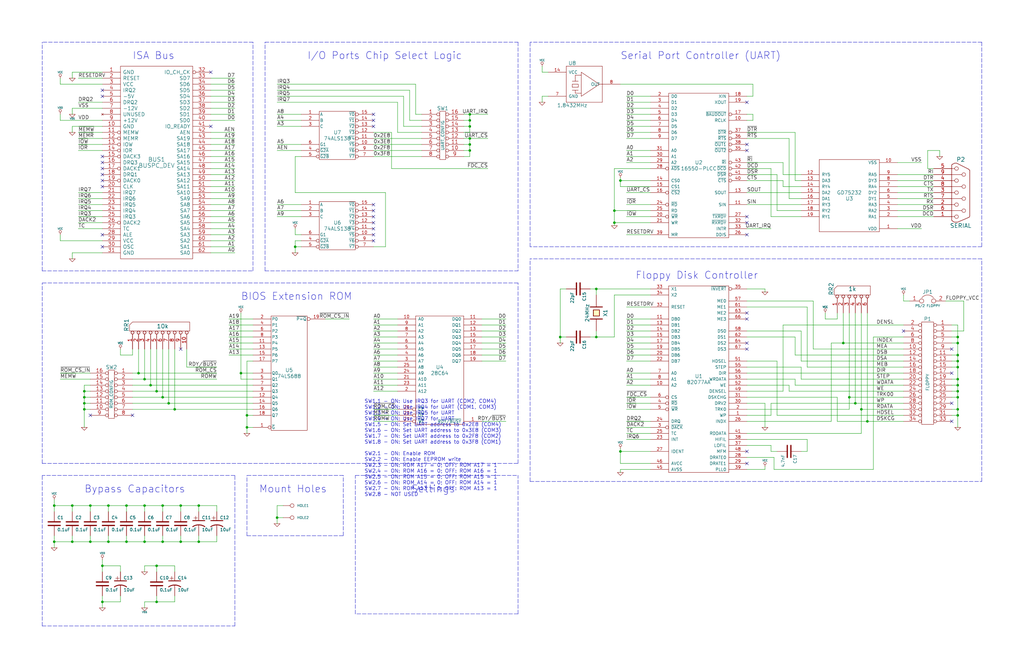
<source format=kicad_sch>
(kicad_sch (version 20211123) (generator eeschema)
  (paper "User" 431.8 279.4)
  (title_block (title "Sergey's XT (C) 2010 Sergey Kiselev, GNU Free Documentation License (GFDL)") (date "19 dec 2012"))
  (junction (at 35.56 165.1))
  (junction (at 403.86 142.24))
  (junction (at 76.2 213.36))
  (junction (at 73.66 172.72))
  (junction (at 198.12 60.96))
  (junction (at 83.82 228.6))
  (junction (at 58.42 157.48))
  (junction (at 35.56 172.72))
  (junction (at 198.12 63.5))
  (junction (at 53.34 213.36))
  (junction (at 104.14 175.26))
  (junction (at 66.04 254))
  (junction (at 363.22 172.72))
  (junction (at 38.1 213.36))
  (junction (at 251.46 121.92))
  (junction (at 198.12 53.34))
  (junction (at 360.68 170.18))
  (junction (at 403.86 144.78))
  (junction (at 35.56 167.64))
  (junction (at 403.86 152.4))
  (junction (at 53.34 228.6))
  (junction (at 403.86 154.94))
  (junction (at 76.2 228.6))
  (junction (at 45.72 228.6))
  (junction (at 38.1 228.6))
  (junction (at 116.84 218.44))
  (junction (at 68.58 228.6))
  (junction (at 355.6 144.78))
  (junction (at 236.22 142.24))
  (junction (at 68.58 213.36))
  (junction (at 60.96 160.02))
  (junction (at 43.18 254))
  (junction (at 45.72 213.36))
  (junction (at 66.04 165.1))
  (junction (at 60.96 213.36))
  (junction (at 63.5 162.56))
  (junction (at 259.08 88.9))
  (junction (at 198.12 48.26))
  (junction (at 403.86 162.56))
  (junction (at 251.46 142.24))
  (junction (at 71.12 170.18))
  (junction (at 68.58 167.64))
  (junction (at 365.76 177.8))
  (junction (at 30.48 228.6))
  (junction (at 403.86 175.26))
  (junction (at 358.14 167.64))
  (junction (at 104.14 180.34))
  (junction (at 30.48 213.36))
  (junction (at 261.62 76.2))
  (junction (at 403.86 165.1))
  (junction (at 83.82 213.36))
  (junction (at 43.18 238.76))
  (junction (at 35.56 170.18))
  (junction (at 261.62 190.5))
  (junction (at 22.86 228.6))
  (junction (at 403.86 149.86))
  (junction (at 403.86 160.02))
  (junction (at 66.04 238.76))
  (junction (at 198.12 58.42))
  (junction (at 403.86 172.72))
  (junction (at 101.6 157.48))
  (junction (at 259.08 93.98))
  (junction (at 198.12 50.8))
  (junction (at 60.96 228.6))
  (junction (at 403.86 167.64))
  (junction (at 124.46 104.14))
  (junction (at 22.86 213.36))
  (no_connect (at 314.96 91.44))
  (no_connect (at 401.32 177.8))
  (no_connect (at 381 139.7))
  (no_connect (at 157.48 53.34))
  (no_connect (at 157.48 101.6))
  (no_connect (at 157.48 50.8))
  (no_connect (at 314.96 63.5))
  (no_connect (at 43.18 71.12))
  (no_connect (at 43.18 104.14))
  (no_connect (at 314.96 195.58))
  (no_connect (at 43.18 73.66))
  (no_connect (at 314.96 132.08))
  (no_connect (at 401.32 157.48))
  (no_connect (at 157.48 96.52))
  (no_connect (at 157.48 99.06))
  (no_connect (at 157.48 91.44))
  (no_connect (at 55.88 175.26))
  (no_connect (at 401.32 170.18))
  (no_connect (at 314.96 144.78))
  (no_connect (at 314.96 99.06))
  (no_connect (at 401.32 147.32))
  (no_connect (at 314.96 190.5))
  (no_connect (at 38.1 175.26))
  (no_connect (at 43.18 78.74))
  (no_connect (at 157.48 48.26))
  (no_connect (at 314.96 134.62))
  (no_connect (at 88.9 53.34))
  (no_connect (at 43.18 40.64))
  (no_connect (at 43.18 76.2))
  (no_connect (at 314.96 93.98))
  (no_connect (at 43.18 38.1))
  (no_connect (at 314.96 147.32))
  (no_connect (at 76.2 147.32))
  (no_connect (at 314.96 43.18))
  (no_connect (at 314.96 60.96))
  (no_connect (at 43.18 68.58))
  (no_connect (at 43.18 99.06))
  (no_connect (at 88.9 30.48))
  (no_connect (at 157.48 88.9))
  (no_connect (at 157.48 86.36))
  (no_connect (at 157.48 93.98))
  (no_connect (at 43.18 66.04))
  (wire (pts (xy 116.84 63.5) (xy 127 63.5)))
  (wire (pts (xy 88.9 38.1) (xy 99.06 38.1)))
  (wire (pts (xy 403.86 162.56) (xy 401.32 162.56)))
  (wire (pts (xy 317.5 40.64) (xy 314.96 40.64)))
  (wire (pts (xy 314.96 142.24) (xy 335.28 142.24)))
  (wire (pts (xy 378.46 91.44) (xy 393.7 91.44)))
  (wire (pts (xy 119.38 213.36) (xy 116.84 213.36)))
  (wire (pts (xy 236.22 121.92) (xy 236.22 142.24)))
  (wire (pts (xy 88.9 88.9) (xy 99.06 88.9)))
  (wire (pts (xy 203.2 144.78) (xy 213.36 144.78)))
  (wire (pts (xy 88.9 104.14) (xy 99.06 104.14)))
  (wire (pts (xy 55.88 160.02) (xy 60.96 160.02)))
  (wire (pts (xy 137.16 134.62) (xy 147.32 134.62)))
  (wire (pts (xy 228.6 40.64) (xy 231.14 40.64)))
  (polyline (pts (xy 111.76 114.3) (xy 111.76 17.78)))
  (wire (pts (xy 325.12 175.26) (xy 314.96 175.26)))
  (wire (pts (xy 88.9 99.06) (xy 99.06 99.06)))
  (wire (pts (xy 335.28 160.02) (xy 314.96 160.02)))
  (wire (pts (xy 88.9 66.04) (xy 99.06 66.04)))
  (wire (pts (xy 314.96 50.8) (xy 317.5 50.8)))
  (wire (pts (xy 162.56 104.14) (xy 162.56 81.28)))
  (wire (pts (xy 342.9 147.32) (xy 342.9 127)))
  (wire (pts (xy 124.46 101.6) (xy 127 101.6)))
  (wire (pts (xy 228.6 43.18) (xy 228.6 40.64)))
  (wire (pts (xy 198.12 50.8) (xy 198.12 53.34)))
  (wire (pts (xy 355.6 132.08) (xy 355.6 144.78)))
  (polyline (pts (xy 111.76 114.3) (xy 218.44 114.3)))
  (wire (pts (xy 60.96 228.6) (xy 53.34 228.6)))
  (wire (pts (xy 91.44 228.6) (xy 83.82 228.6)))
  (wire (pts (xy 35.56 170.18) (xy 35.56 172.72)))
  (wire (pts (xy 195.58 48.26) (xy 198.12 48.26)))
  (wire (pts (xy 68.58 213.36) (xy 76.2 213.36)))
  (wire (pts (xy 106.68 172.72) (xy 73.66 172.72)))
  (wire (pts (xy 391.16 71.12) (xy 393.7 71.12)))
  (wire (pts (xy 116.84 38.1) (xy 172.72 38.1)))
  (wire (pts (xy 38.1 228.6) (xy 30.48 228.6)))
  (wire (pts (xy 337.82 78.74) (xy 330.2 78.74)))
  (wire (pts (xy 106.68 139.7) (xy 96.52 139.7)))
  (wire (pts (xy 172.72 50.8) (xy 177.8 50.8)))
  (wire (pts (xy 314.96 68.58) (xy 330.2 68.58)))
  (wire (pts (xy 167.64 172.72) (xy 157.48 172.72)))
  (wire (pts (xy 106.68 175.26) (xy 104.14 175.26)))
  (wire (pts (xy 71.12 147.32) (xy 71.12 170.18)))
  (wire (pts (xy 35.56 165.1) (xy 35.56 167.64)))
  (wire (pts (xy 259.08 124.46) (xy 274.32 124.46)))
  (wire (pts (xy 167.64 142.24) (xy 157.48 142.24)))
  (wire (pts (xy 403.86 144.78) (xy 401.32 144.78)))
  (wire (pts (xy 43.18 55.88) (xy 33.02 55.88)))
  (wire (pts (xy 198.12 50.8) (xy 195.58 50.8)))
  (wire (pts (xy 195.58 53.34) (xy 198.12 53.34)))
  (wire (pts (xy 88.9 35.56) (xy 99.06 35.56)))
  (wire (pts (xy 116.84 213.36) (xy 116.84 218.44)))
  (wire (pts (xy 401.32 139.7) (xy 406.4 139.7)))
  (wire (pts (xy 363.22 132.08) (xy 363.22 172.72)))
  (wire (pts (xy 43.18 63.5) (xy 33.02 63.5)))
  (wire (pts (xy 177.8 58.42) (xy 157.48 58.42)))
  (wire (pts (xy 38.1 213.36) (xy 45.72 213.36)))
  (wire (pts (xy 106.68 157.48) (xy 101.6 157.48)))
  (wire (pts (xy 45.72 228.6) (xy 38.1 228.6)))
  (wire (pts (xy 274.32 177.8) (xy 264.16 177.8)))
  (wire (pts (xy 347.98 134.62) (xy 347.98 132.08)))
  (wire (pts (xy 403.86 160.02) (xy 401.32 160.02)))
  (wire (pts (xy 91.44 226.06) (xy 91.44 228.6)))
  (wire (pts (xy 403.86 137.16) (xy 401.32 137.16)))
  (wire (pts (xy 251.46 124.46) (xy 251.46 121.92)))
  (wire (pts (xy 88.9 45.72) (xy 99.06 45.72)))
  (wire (pts (xy 337.82 160.02) (xy 381 160.02)))
  (wire (pts (xy 314.96 167.64) (xy 353.06 167.64)))
  (wire (pts (xy 119.38 218.44) (xy 116.84 218.44)))
  (wire (pts (xy 116.84 218.44) (xy 116.84 220.98)))
  (wire (pts (xy 264.16 144.78) (xy 274.32 144.78)))
  (wire (pts (xy 45.72 228.6) (xy 45.72 226.06)))
  (wire (pts (xy 274.32 157.48) (xy 264.16 157.48)))
  (wire (pts (xy 264.16 182.88) (xy 274.32 182.88)))
  (wire (pts (xy 264.16 149.86) (xy 274.32 149.86)))
  (wire (pts (xy 35.56 167.64) (xy 38.1 167.64)))
  (wire (pts (xy 274.32 167.64) (xy 264.16 167.64)))
  (wire (pts (xy 172.72 38.1) (xy 172.72 50.8)))
  (wire (pts (xy 198.12 60.96) (xy 198.12 58.42)))
  (polyline (pts (xy 106.68 114.3) (xy 106.68 17.78)))
  (wire (pts (xy 73.66 147.32) (xy 73.66 172.72)))
  (wire (pts (xy 25.4 33.02) (xy 25.4 35.56)))
  (wire (pts (xy 322.58 170.18) (xy 322.58 180.34)))
  (polyline (pts (xy 223.52 203.2) (xy 223.52 109.22)))
  (wire (pts (xy 104.14 175.26) (xy 104.14 180.34)))
  (wire (pts (xy 264.16 142.24) (xy 274.32 142.24)))
  (wire (pts (xy 177.8 66.04) (xy 157.48 66.04)))
  (wire (pts (xy 274.32 121.92) (xy 251.46 121.92)))
  (wire (pts (xy 88.9 63.5) (xy 99.06 63.5)))
  (wire (pts (xy 22.86 215.9) (xy 22.86 213.36)))
  (wire (pts (xy 35.56 162.56) (xy 35.56 165.1)))
  (wire (pts (xy 106.68 149.86) (xy 96.52 149.86)))
  (polyline (pts (xy 218.44 259.08) (xy 149.86 259.08)))
  (polyline (pts (xy 414.02 17.78) (xy 223.52 17.78)))
  (wire (pts (xy 30.48 213.36) (xy 38.1 213.36)))
  (wire (pts (xy 43.18 43.18) (xy 33.02 43.18)))
  (wire (pts (xy 403.86 152.4) (xy 403.86 149.86)))
  (wire (pts (xy 274.32 66.04) (xy 264.16 66.04)))
  (wire (pts (xy 157.48 55.88) (xy 165.1 55.88)))
  (wire (pts (xy 353.06 132.08) (xy 353.06 134.62)))
  (wire (pts (xy 58.42 147.32) (xy 58.42 157.48)))
  (wire (pts (xy 167.64 147.32) (xy 157.48 147.32)))
  (wire (pts (xy 203.2 142.24) (xy 213.36 142.24)))
  (wire (pts (xy 203.2 177.8) (xy 213.36 177.8)))
  (wire (pts (xy 388.62 96.52) (xy 378.46 96.52)))
  (wire (pts (xy 25.4 35.56) (xy 43.18 35.56)))
  (wire (pts (xy 274.32 160.02) (xy 264.16 160.02)))
  (wire (pts (xy 124.46 99.06) (xy 124.46 96.52)))
  (wire (pts (xy 314.96 73.66) (xy 327.66 73.66)))
  (wire (pts (xy 259.08 88.9) (xy 259.08 71.12)))
  (wire (pts (xy 314.96 55.88) (xy 335.28 55.88)))
  (wire (pts (xy 63.5 147.32) (xy 63.5 162.56)))
  (wire (pts (xy 330.2 78.74) (xy 330.2 76.2)))
  (wire (pts (xy 274.32 68.58) (xy 264.16 68.58)))
  (wire (pts (xy 124.46 81.28) (xy 124.46 66.04)))
  (wire (pts (xy 381 157.48) (xy 314.96 157.48)))
  (wire (pts (xy 365.76 177.8) (xy 381 177.8)))
  (wire (pts (xy 177.8 60.96) (xy 157.48 60.96)))
  (wire (pts (xy 381 172.72) (xy 363.22 172.72)))
  (wire (pts (xy 326.39 198.12) (xy 368.3 198.12)))
  (wire (pts (xy 261.62 199.39) (xy 261.62 198.12)))
  (wire (pts (xy 53.34 228.6) (xy 45.72 228.6)))
  (wire (pts (xy 106.68 170.18) (xy 71.12 170.18)))
  (wire (pts (xy 251.46 121.92) (xy 248.92 121.92)))
  (wire (pts (xy 38.1 157.48) (xy 25.4 157.48)))
  (wire (pts (xy 66.04 251.46) (xy 66.04 254)))
  (wire (pts (xy 337.82 86.36) (xy 314.96 86.36)))
  (wire (pts (xy 167.64 139.7) (xy 157.48 139.7)))
  (wire (pts (xy 43.18 30.48) (xy 30.48 30.48)))
  (wire (pts (xy 43.18 60.96) (xy 33.02 60.96)))
  (wire (pts (xy 73.66 241.3) (xy 73.66 238.76)))
  (polyline (pts (xy 414.02 17.78) (xy 414.02 104.14)))
  (polyline (pts (xy 144.78 226.06) (xy 144.78 200.66)))
  (wire (pts (xy 378.46 76.2) (xy 393.7 76.2)))
  (wire (pts (xy 314.96 177.8) (xy 350.52 177.8)))
  (wire (pts (xy 251.46 142.24) (xy 259.08 142.24)))
  (wire (pts (xy 60.96 228.6) (xy 60.96 226.06)))
  (wire (pts (xy 88.9 68.58) (xy 99.06 68.58)))
  (polyline (pts (xy 218.44 119.38) (xy 17.78 119.38)))
  (wire (pts (xy 175.26 48.26) (xy 175.26 35.56)))
  (wire (pts (xy 325.12 190.5) (xy 325.12 187.96)))
  (wire (pts (xy 96.52 147.32) (xy 106.68 147.32)))
  (wire (pts (xy 198.12 48.26) (xy 205.74 48.26)))
  (wire (pts (xy 91.44 154.94) (xy 78.74 154.94)))
  (wire (pts (xy 127 99.06) (xy 124.46 99.06)))
  (wire (pts (xy 317.5 50.8) (xy 317.5 48.26)))
  (wire (pts (xy 38.1 160.02) (xy 25.4 160.02)))
  (wire (pts (xy 314.96 170.18) (xy 322.58 170.18)))
  (wire (pts (xy 314.96 193.04) (xy 326.39 193.04)))
  (wire (pts (xy 330.2 68.58) (xy 330.2 73.66)))
  (wire (pts (xy 66.04 165.1) (xy 106.68 165.1)))
  (wire (pts (xy 76.2 228.6) (xy 68.58 228.6)))
  (wire (pts (xy 25.4 48.26) (xy 25.4 50.8)))
  (wire (pts (xy 198.12 48.26) (xy 198.12 50.8)))
  (wire (pts (xy 167.64 162.56) (xy 157.48 162.56)))
  (wire (pts (xy 264.16 137.16) (xy 274.32 137.16)))
  (wire (pts (xy 43.18 241.3) (xy 43.18 238.76)))
  (wire (pts (xy 116.84 43.18) (xy 167.64 43.18)))
  (wire (pts (xy 264.16 139.7) (xy 274.32 139.7)))
  (wire (pts (xy 83.82 228.6) (xy 83.82 226.06)))
  (wire (pts (xy 127 60.96) (xy 116.84 60.96)))
  (wire (pts (xy 332.74 165.1) (xy 381 165.1)))
  (wire (pts (xy 66.04 238.76) (xy 73.66 238.76)))
  (wire (pts (xy 88.9 33.02) (xy 99.06 33.02)))
  (wire (pts (xy 274.32 76.2) (xy 261.62 76.2)))
  (wire (pts (xy 167.64 175.26) (xy 157.48 175.26)))
  (wire (pts (xy 60.96 241.3) (xy 60.96 238.76)))
  (wire (pts (xy 35.56 170.18) (xy 38.1 170.18)))
  (wire (pts (xy 330.2 165.1) (xy 314.96 165.1)))
  (wire (pts (xy 322.58 196.85) (xy 322.58 198.12)))
  (wire (pts (xy 30.48 45.72) (xy 30.48 48.26)))
  (wire (pts (xy 355.6 144.78) (xy 350.52 144.78)))
  (polyline (pts (xy 17.78 114.3) (xy 17.78 17.78)))
  (wire (pts (xy 203.2 134.62) (xy 213.36 134.62)))
  (polyline (pts (xy 223.52 104.14) (xy 223.52 17.78)))
  (wire (pts (xy 50.8 238.76) (xy 43.18 238.76)))
  (wire (pts (xy 43.18 33.02) (xy 33.02 33.02)))
  (wire (pts (xy 335.28 55.88) (xy 335.28 76.2)))
  (wire (pts (xy 106.68 152.4) (xy 104.14 152.4)))
  (wire (pts (xy 45.72 213.36) (xy 45.72 215.9)))
  (wire (pts (xy 406.4 139.7) (xy 406.4 127)))
  (wire (pts (xy 314.96 76.2) (xy 330.2 76.2)))
  (wire (pts (xy 259.08 93.98) (xy 259.08 88.9)))
  (wire (pts (xy 106.68 142.24) (xy 96.52 142.24)))
  (wire (pts (xy 340.36 129.54) (xy 340.36 154.94)))
  (wire (pts (xy 381 167.64) (xy 358.14 167.64)))
  (wire (pts (xy 167.64 55.88) (xy 177.8 55.88)))
  (wire (pts (xy 88.9 83.82) (xy 99.06 83.82)))
  (wire (pts (xy 35.56 172.72) (xy 35.56 180.34)))
  (wire (pts (xy 264.16 91.44) (xy 274.32 91.44)))
  (wire (pts (xy 261.62 198.12) (xy 274.32 198.12)))
  (wire (pts (xy 248.92 142.24) (xy 251.46 142.24)))
  (wire (pts (xy 264.16 55.88) (xy 274.32 55.88)))
  (wire (pts (xy 68.58 213.36) (xy 68.58 215.9)))
  (wire (pts (xy 43.18 86.36) (xy 33.02 86.36)))
  (wire (pts (xy 58.42 157.48) (xy 91.44 157.48)))
  (wire (pts (xy 88.9 73.66) (xy 99.06 73.66)))
  (wire (pts (xy 60.96 213.36) (xy 60.96 215.9)))
  (wire (pts (xy 350.52 144.78) (xy 350.52 177.8)))
  (polyline (pts (xy 218.44 195.58) (xy 218.44 119.38)))
  (wire (pts (xy 165.1 55.88) (xy 165.1 71.12)))
  (wire (pts (xy 45.72 213.36) (xy 53.34 213.36)))
  (wire (pts (xy 55.88 149.86) (xy 50.8 149.86)))
  (wire (pts (xy 35.56 172.72) (xy 38.1 172.72)))
  (wire (pts (xy 88.9 43.18) (xy 99.06 43.18)))
  (wire (pts (xy 342.9 127) (xy 314.96 127)))
  (wire (pts (xy 403.86 165.1) (xy 401.32 165.1)))
  (wire (pts (xy 337.82 139.7) (xy 314.96 139.7)))
  (polyline (pts (xy 218.44 17.78) (xy 218.44 114.3)))
  (wire (pts (xy 322.58 198.12) (xy 314.96 198.12)))
  (wire (pts (xy 264.16 48.26) (xy 274.32 48.26)))
  (wire (pts (xy 66.04 147.32) (xy 66.04 165.1)))
  (polyline (pts (xy 106.68 17.78) (xy 17.78 17.78)))
  (wire (pts (xy 403.86 142.24) (xy 403.86 137.16)))
  (wire (pts (xy 88.9 91.44) (xy 99.06 91.44)))
  (wire (pts (xy 167.64 165.1) (xy 157.48 165.1)))
  (wire (pts (xy 264.16 134.62) (xy 274.32 134.62)))
  (polyline (pts (xy 149.86 200.66) (xy 218.44 200.66)))
  (wire (pts (xy 68.58 167.64) (xy 55.88 167.64)))
  (wire (pts (xy 327.66 152.4) (xy 314.96 152.4)))
  (wire (pts (xy 381 170.18) (xy 360.68 170.18)))
  (wire (pts (xy 238.76 142.24) (xy 236.22 142.24)))
  (polyline (pts (xy 17.78 195.58) (xy 17.78 119.38)))
  (wire (pts (xy 314.96 172.72) (xy 358.14 172.72)))
  (polyline (pts (xy 104.14 226.06) (xy 144.78 226.06)))
  (wire (pts (xy 88.9 60.96) (xy 99.06 60.96)))
  (wire (pts (xy 22.86 231.14) (xy 22.86 228.6)))
  (wire (pts (xy 170.18 40.64) (xy 116.84 40.64)))
  (wire (pts (xy 101.6 160.02) (xy 106.68 160.02)))
  (wire (pts (xy 22.86 213.36) (xy 30.48 213.36)))
  (wire (pts (xy 106.68 134.62) (xy 96.52 134.62)))
  (wire (pts (xy 43.18 58.42) (xy 33.02 58.42)))
  (polyline (pts (xy 149.86 259.08) (xy 149.86 200.66)))
  (wire (pts (xy 66.04 241.3) (xy 66.04 238.76)))
  (polyline (pts (xy 414.02 203.2) (xy 414.02 109.22)))
  (wire (pts (xy 88.9 58.42) (xy 99.06 58.42)))
  (wire (pts (xy 393.7 78.74) (xy 378.46 78.74)))
  (wire (pts (xy 378.46 88.9) (xy 393.7 88.9)))
  (wire (pts (xy 55.88 162.56) (xy 63.5 162.56)))
  (wire (pts (xy 264.16 86.36) (xy 274.32 86.36)))
  (polyline (pts (xy 144.78 200.66) (xy 104.14 200.66)))
  (wire (pts (xy 116.84 88.9) (xy 127 88.9)))
  (wire (pts (xy 88.9 50.8) (xy 99.06 50.8)))
  (wire (pts (xy 198.12 55.88) (xy 195.58 55.88)))
  (wire (pts (xy 167.64 160.02) (xy 157.48 160.02)))
  (wire (pts (xy 327.66 190.5) (xy 325.12 190.5)))
  (wire (pts (xy 264.16 147.32) (xy 274.32 147.32)))
  (wire (pts (xy 88.9 76.2) (xy 99.06 76.2)))
  (wire (pts (xy 99.06 55.88) (xy 88.9 55.88)))
  (wire (pts (xy 43.18 81.28) (xy 33.02 81.28)))
  (wire (pts (xy 322.58 123.19) (xy 322.58 121.92)))
  (wire (pts (xy 55.88 147.32) (xy 55.88 149.86)))
  (wire (pts (xy 43.18 88.9) (xy 33.02 88.9)))
  (wire (pts (xy 195.58 66.04) (xy 198.12 66.04)))
  (wire (pts (xy 381 152.4) (xy 337.82 152.4)))
  (wire (pts (xy 393.7 73.66) (xy 378.46 73.66)))
  (wire (pts (xy 274.32 172.72) (xy 264.16 172.72)))
  (wire (pts (xy 30.48 106.68) (xy 30.48 109.22)))
  (polyline (pts (xy 17.78 264.16) (xy 99.06 264.16)))
  (wire (pts (xy 66.04 254) (xy 60.96 254)))
  (wire (pts (xy 76.2 226.06) (xy 76.2 228.6)))
  (wire (pts (xy 30.48 53.34) (xy 43.18 53.34)))
  (wire (pts (xy 340.36 154.94) (xy 381 154.94)))
  (wire (pts (xy 203.2 139.7) (xy 213.36 139.7)))
  (wire (pts (xy 38.1 213.36) (xy 38.1 215.9)))
  (wire (pts (xy 403.86 144.78) (xy 403.86 142.24)))
  (wire (pts (xy 403.86 162.56) (xy 403.86 160.02)))
  (wire (pts (xy 116.84 86.36) (xy 127 86.36)))
  (polyline (pts (xy 223.52 203.2) (xy 414.02 203.2)))
  (wire (pts (xy 327.66 73.66) (xy 327.66 88.9)))
  (wire (pts (xy 403.86 152.4) (xy 401.32 152.4)))
  (polyline (pts (xy 17.78 195.58) (xy 218.44 195.58)))
  (wire (pts (xy 368.3 142.24) (xy 381 142.24)))
  (wire (pts (xy 378.46 81.28) (xy 393.7 81.28)))
  (wire (pts (xy 391.16 63.5) (xy 391.16 71.12)))
  (wire (pts (xy 43.18 45.72) (xy 30.48 45.72)))
  (wire (pts (xy 274.32 185.42) (xy 264.16 185.42)))
  (wire (pts (xy 340.36 190.5) (xy 340.36 185.42)))
  (wire (pts (xy 381 124.46) (xy 381 127)))
  (wire (pts (xy 53.34 213.36) (xy 53.34 215.9)))
  (wire (pts (xy 53.34 228.6) (xy 53.34 226.06)))
  (wire (pts (xy 274.32 180.34) (xy 264.16 180.34)))
  (polyline (pts (xy 99.06 264.16) (xy 99.06 200.66)))
  (wire (pts (xy 88.9 96.52) (xy 99.06 96.52)))
  (wire (pts (xy 88.9 81.28) (xy 99.06 81.28)))
  (wire (pts (xy 73.66 254) (xy 66.04 254)))
  (wire (pts (xy 88.9 71.12) (xy 99.06 71.12)))
  (wire (pts (xy 22.86 213.36) (xy 22.86 210.82)))
  (wire (pts (xy 403.86 149.86) (xy 403.86 144.78)))
  (wire (pts (xy 406.4 127) (xy 398.78 127)))
  (wire (pts (xy 91.44 213.36) (xy 91.44 215.9)))
  (wire (pts (xy 274.32 78.74) (xy 261.62 78.74)))
  (wire (pts (xy 335.28 142.24) (xy 335.28 149.86)))
  (wire (pts (xy 43.18 91.44) (xy 33.02 91.44)))
  (wire (pts (xy 368.3 198.12) (xy 368.3 142.24)))
  (wire (pts (xy 30.48 228.6) (xy 22.86 228.6)))
  (wire (pts (xy 88.9 93.98) (xy 99.06 93.98)))
  (wire (pts (xy 101.6 132.08) (xy 101.6 157.48)))
  (wire (pts (xy 167.64 157.48) (xy 157.48 157.48)))
  (wire (pts (xy 76.2 213.36) (xy 76.2 215.9)))
  (wire (pts (xy 170.18 53.34) (xy 170.18 40.64)))
  (wire (pts (xy 76.2 213.36) (xy 83.82 213.36)))
  (wire (pts (xy 337.82 81.28) (xy 314.96 81.28)))
  (wire (pts (xy 332.74 58.42) (xy 314.96 58.42)))
  (wire (pts (xy 317.5 35.56) (xy 317.5 40.64)))
  (wire (pts (xy 335.28 76.2) (xy 337.82 76.2)))
  (wire (pts (xy 264.16 40.64) (xy 274.32 40.64)))
  (wire (pts (xy 167.64 144.78) (xy 157.48 144.78)))
  (wire (pts (xy 327.66 88.9) (xy 337.82 88.9)))
  (wire (pts (xy 127 104.14) (xy 124.46 104.14)))
  (wire (pts (xy 167.64 149.86) (xy 157.48 149.86)))
  (polyline (pts (xy 17.78 264.16) (xy 17.78 200.66)))
  (wire (pts (xy 88.9 78.74) (xy 99.06 78.74)))
  (wire (pts (xy 88.9 48.26) (xy 99.06 48.26)))
  (wire (pts (xy 332.74 162.56) (xy 332.74 165.1)))
  (wire (pts (xy 104.14 152.4) (xy 104.14 175.26)))
  (wire (pts (xy 314.96 48.26) (xy 317.5 48.26)))
  (wire (pts (xy 261.62 35.56) (xy 317.5 35.56)))
  (wire (pts (xy 325.12 187.96) (xy 314.96 187.96)))
  (wire (pts (xy 167.64 137.16) (xy 157.48 137.16)))
  (wire (pts (xy 73.66 172.72) (xy 55.88 172.72)))
  (wire (pts (xy 327.66 175.26) (xy 327.66 152.4)))
  (wire (pts (xy 403.86 180.34) (xy 403.86 175.26)))
  (wire (pts (xy 106.68 137.16) (xy 96.52 137.16)))
  (wire (pts (xy 251.46 139.7) (xy 251.46 142.24)))
  (wire (pts (xy 403.86 160.02) (xy 403.86 154.94)))
  (wire (pts (xy 396.24 66.04) (xy 396.24 63.5)))
  (wire (pts (xy 403.86 172.72) (xy 401.32 172.72)))
  (wire (pts (xy 167.64 43.18) (xy 167.64 55.88)))
  (wire (pts (xy 264.16 99.06) (xy 274.32 99.06)))
  (wire (pts (xy 25.4 50.8) (xy 43.18 50.8)))
  (wire (pts (xy 203.2 152.4) (xy 213.36 152.4)))
  (wire (pts (xy 30.48 55.88) (xy 30.48 53.34)))
  (wire (pts (xy 274.32 81.28) (xy 264.16 81.28)))
  (wire (pts (xy 68.58 228.6) (xy 68.58 226.06)))
  (wire (pts (xy 43.18 83.82) (xy 33.02 83.82)))
  (wire (pts (xy 378.46 68.58) (xy 388.62 68.58)))
  (wire (pts (xy 332.74 83.82) (xy 337.82 83.82)))
  (wire (pts (xy 177.8 63.5) (xy 157.48 63.5)))
  (wire (pts (xy 403.86 167.64) (xy 401.32 167.64)))
  (wire (pts (xy 71.12 170.18) (xy 55.88 170.18)))
  (wire (pts (xy 38.1 162.56) (xy 35.56 162.56)))
  (wire (pts (xy 55.88 157.48) (xy 58.42 157.48)))
  (wire (pts (xy 325.12 71.12) (xy 314.96 71.12)))
  (wire (pts (xy 195.58 58.42) (xy 198.12 58.42)))
  (wire (pts (xy 195.58 63.5) (xy 198.12 63.5)))
  (wire (pts (xy 175.26 35.56) (xy 116.84 35.56)))
  (wire (pts (xy 38.1 165.1) (xy 35.56 165.1)))
  (wire (pts (xy 198.12 66.04) (xy 198.12 63.5)))
  (wire (pts (xy 314.96 129.54) (xy 340.36 129.54)))
  (wire (pts (xy 381 144.78) (xy 355.6 144.78)))
  (wire (pts (xy 274.32 170.18) (xy 264.16 170.18)))
  (wire (pts (xy 381 162.56) (xy 335.28 162.56)))
  (wire (pts (xy 238.76 121.92) (xy 236.22 121.92)))
  (wire (pts (xy 261.62 78.74) (xy 261.62 76.2)))
  (polyline (pts (xy 414.02 109.22) (xy 223.52 109.22)))
  (wire (pts (xy 326.39 193.04) (xy 326.39 198.12)))
  (wire (pts (xy 259.08 95.25) (xy 259.08 93.98)))
  (wire (pts (xy 314.96 96.52) (xy 325.12 96.52)))
  (wire (pts (xy 259.08 142.24) (xy 259.08 124.46)))
  (wire (pts (xy 104.14 180.34) (xy 106.68 180.34)))
  (wire (pts (xy 340.36 185.42) (xy 314.96 185.42)))
  (wire (pts (xy 124.46 104.14) (xy 124.46 101.6)))
  (wire (pts (xy 68.58 228.6) (xy 60.96 228.6)))
  (wire (pts (xy 38.1 228.6) (xy 38.1 226.06)))
  (wire (pts (xy 60.96 238.76) (xy 66.04 238.76)))
  (wire (pts (xy 106.68 144.78) (xy 96.52 144.78)))
  (wire (pts (xy 25.4 99.06) (xy 25.4 101.6)))
  (wire (pts (xy 101.6 157.48) (xy 101.6 160.02)))
  (wire (pts (xy 261.62 195.58) (xy 261.62 190.5)))
  (wire (pts (xy 363.22 182.88) (xy 314.96 182.88)))
  (wire (pts (xy 325.12 170.18) (xy 325.12 175.26)))
  (wire (pts (xy 360.68 170.18) (xy 325.12 170.18)))
  (wire (pts (xy 88.9 106.68) (xy 99.06 106.68)))
  (wire (pts (xy 353.06 134.62) (xy 347.98 134.62)))
  (wire (pts (xy 50.8 254) (xy 50.8 251.46)))
  (wire (pts (xy 259.08 88.9) (xy 274.32 88.9)))
  (wire (pts (xy 264.16 45.72) (xy 274.32 45.72)))
  (wire (pts (xy 78.74 154.94) (xy 78.74 147.32)))
  (wire (pts (xy 403.86 154.94) (xy 403.86 152.4)))
  (wire (pts (xy 43.18 254) (xy 50.8 254)))
  (wire (pts (xy 88.9 40.64) (xy 99.06 40.64)))
  (wire (pts (xy 60.96 160.02) (xy 91.44 160.02)))
  (wire (pts (xy 360.68 132.08) (xy 360.68 170.18)))
  (wire (pts (xy 403.86 154.94) (xy 401.32 154.94)))
  (wire (pts (xy 116.84 53.34) (xy 127 53.34)))
  (wire (pts (xy 22.86 228.6) (xy 22.86 226.06)))
  (wire (pts (xy 83.82 228.6) (xy 76.2 228.6)))
  (wire (pts (xy 403.86 175.26) (xy 403.86 172.72)))
  (wire (pts (xy 63.5 162.56) (xy 106.68 162.56)))
  (wire (pts (xy 358.14 167.64) (xy 358.14 132.08)))
  (wire (pts (xy 314.96 162.56) (xy 332.74 162.56)))
  (wire (pts (xy 88.9 86.36) (xy 99.06 86.36)))
  (wire (pts (xy 198.12 63.5) (xy 198.12 60.96)))
  (wire (pts (xy 83.82 213.36) (xy 83.82 215.9)))
  (wire (pts (xy 325.12 91.44) (xy 325.12 71.12)))
  (wire (pts (xy 203.2 147.32) (xy 213.36 147.32)))
  (polyline (pts (xy 17.78 114.3) (xy 106.68 114.3)))
  (wire (pts (xy 127 48.26) (xy 116.84 48.26)))
  (wire (pts (xy 337.82 190.5) (xy 340.36 190.5)))
  (wire (pts (xy 124.46 66.04) (xy 127 66.04)))
  (wire (pts (xy 337.82 91.44) (xy 325.12 91.44)))
  (wire (pts (xy 381 175.26) (xy 327.66 175.26)))
  (wire (pts (xy 167.64 134.62) (xy 157.48 134.62)))
  (wire (pts (xy 55.88 165.1) (xy 66.04 165.1)))
  (wire (pts (xy 116.84 91.44) (xy 127 91.44)))
  (wire (pts (xy 60.96 213.36) (xy 68.58 213.36)))
  (wire (pts (xy 198.12 53.34) (xy 198.12 55.88)))
  (wire (pts (xy 403.86 142.24) (xy 401.32 142.24)))
  (wire (pts (xy 335.28 162.56) (xy 335.28 160.02)))
  (wire (pts (xy 337.82 154.94) (xy 337.82 160.02)))
  (wire (pts (xy 167.64 152.4) (xy 157.48 152.4)))
  (polyline (pts (xy 111.76 17.78) (xy 218.44 17.78)))
  (wire (pts (xy 381 137.16) (xy 330.2 137.16)))
  (wire (pts (xy 43.18 96.52) (xy 33.02 96.52)))
  (polyline (pts (xy 99.06 200.66) (xy 17.78 200.66)))
  (wire (pts (xy 43.18 251.46) (xy 43.18 254)))
  (wire (pts (xy 162.56 81.28) (xy 124.46 81.28)))
  (wire (pts (xy 264.16 43.18) (xy 274.32 43.18)))
  (wire (pts (xy 264.16 152.4) (xy 274.32 152.4)))
  (wire (pts (xy 264.16 58.42) (xy 274.32 58.42)))
  (wire (pts (xy 127 50.8) (xy 116.84 50.8)))
  (wire (pts (xy 274.32 162.56) (xy 264.16 162.56)))
  (wire (pts (xy 363.22 172.72) (xy 363.22 182.88)))
  (wire (pts (xy 335.28 149.86) (xy 381 149.86)))
  (wire (pts (xy 353.06 177.8) (xy 365.76 177.8)))
  (wire (pts (xy 35.56 167.64) (xy 35.56 170.18)))
  (wire (pts (xy 378.46 86.36) (xy 393.7 86.36)))
  (wire (pts (xy 73.66 251.46) (xy 73.66 254)))
  (wire (pts (xy 403.86 165.1) (xy 403.86 162.56)))
  (polyline (pts (xy 218.44 259.08) (xy 218.44 200.66)))
  (wire (pts (xy 60.96 256.54) (xy 60.96 254)))
  (wire (pts (xy 25.4 101.6) (xy 43.18 101.6)))
  (polyline (pts (xy 104.14 226.06) (xy 104.14 200.66)))
  (wire (pts (xy 274.32 63.5) (xy 264.16 63.5)))
  (wire (pts (xy 124.46 106.68) (xy 124.46 104.14)))
  (wire (pts (xy 50.8 241.3) (xy 50.8 238.76)))
  (wire (pts (xy 259.08 71.12) (xy 274.32 71.12)))
  (wire (pts (xy 167.64 177.8) (xy 157.48 177.8)))
  (wire (pts (xy 322.58 121.92) (xy 314.96 121.92)))
  (wire (pts (xy 43.18 238.76) (xy 43.18 236.22)))
  (wire (pts (xy 259.08 93.98) (xy 274.32 93.98)))
  (wire (pts (xy 403.86 172.72) (xy 403.86 167.64)))
  (wire (pts (xy 43.18 106.68) (xy 30.48 106.68)))
  (wire (pts (xy 30.48 226.06) (xy 30.48 228.6)))
  (wire (pts (xy 274.32 190.5) (xy 261.62 190.5)))
  (wire (pts (xy 83.82 213.36) (xy 91.44 213.36)))
  (wire (pts (xy 30.48 213.36) (xy 30.48 215.9)))
  (wire (pts (xy 274.32 129.54) (xy 264.16 129.54)))
  (wire (pts (xy 203.2 137.16) (xy 213.36 137.16)))
  (wire (pts (xy 358.14 172.72) (xy 358.14 167.64)))
  (wire (pts (xy 365.76 132.08) (xy 365.76 177.8)))
  (wire (pts (xy 198.12 60.96) (xy 195.58 60.96)))
  (wire (pts (xy 53.34 213.36) (xy 60.96 213.36)))
  (wire (pts (xy 203.2 149.86) (xy 213.36 149.86)))
  (wire (pts (xy 264.16 53.34) (xy 274.32 53.34)))
  (wire (pts (xy 88.9 101.6) (xy 99.06 101.6)))
  (wire (pts (xy 403.86 167.64) (xy 403.86 165.1)))
  (wire (pts (xy 261.62 76.2) (xy 261.62 74.93)))
  (wire (pts (xy 403.86 149.86) (xy 401.32 149.86)))
  (wire (pts (xy 198.12 58.42) (xy 205.74 58.42)))
  (wire (pts (xy 332.74 83.82) (xy 332.74 58.42)))
  (wire (pts (xy 381 147.32) (xy 342.9 147.32)))
  (wire (pts (xy 353.06 167.64) (xy 353.06 177.8)))
  (wire (pts (xy 274.32 195.58) (xy 261.62 195.58)))
  (wire (pts (xy 401.32 175.26) (xy 403.86 175.26)))
  (wire (pts (xy 337.82 152.4) (xy 337.82 139.7)))
  (wire (pts (xy 381 127) (xy 383.54 127)))
  (wire (pts (xy 43.18 254) (xy 43.18 256.54)))
  (wire (pts (xy 330.2 73.66) (xy 337.82 73.66)))
  (wire (pts (xy 170.18 53.34) (xy 177.8 53.34)))
  (wire (pts (xy 50.8 149.86) (xy 50.8 147.32)))
  (wire (pts (xy 165.1 71.12) (xy 205.74 71.12)))
  (wire (pts (xy 314.96 154.94) (xy 337.82 154.94)))
  (wire (pts (xy 393.7 83.82) (xy 378.46 83.82)))
  (polyline (pts (xy 414.02 104.14) (xy 223.52 104.14)))
  (wire (pts (xy 30.48 30.48) (xy 30.48 33.02)))
  (wire (pts (xy 60.96 147.32) (xy 60.96 160.02)))
  (wire (pts (xy 43.18 93.98) (xy 33.02 93.98)))
  (wire (pts (xy 330.2 137.16) (xy 330.2 165.1)))
  (wire (pts (xy 104.14 180.34) (xy 104.14 182.88)))
  (wire (pts (xy 167.64 154.94) (xy 157.48 154.94)))
  (wire (pts (xy 236.22 142.24) (xy 236.22 144.78)))
  (wire (pts (xy 68.58 147.32) (xy 68.58 167.64)))
  (wire (pts (xy 228.6 30.48) (xy 228.6 27.94)))
  (wire (pts (xy 177.8 48.26) (xy 175.26 48.26)))
  (wire (pts (xy 396.24 63.5) (xy 391.16 63.5)))
  (wire (pts (xy 261.62 190.5) (xy 261.62 189.23)))
  (wire (pts (xy 231.14 30.48) (xy 228.6 30.48)))
  (wire (pts (xy 157.48 104.14) (xy 162.56 104.14)))
  (wire (pts (xy 106.68 167.64) (xy 68.58 167.64)))
  (wire (pts (xy 264.16 50.8) (xy 274.32 50.8)))
  (text "SW1.1 - ON: Use IRQ3 for UART (COM2, COM4)\nSW1.2 - ON: Use IRQ4 for UART (COM1, COM3)\nSW1.3 - ON: Use IRQ5 for UART\nSW1.4 - ON: Use IRQ7 for UART\nSW1.5 - ON: Set UART address to 0x2E8 (COM4)\nSW1.6 - ON: Set UART address to 0x3E8 (COM3)\nSW1.7 - ON: Set UART address to 0x2F8 (COM2)\nSW1.8 - ON: Set UART address to 0x3F8 (COM1)\n\nSW2.1 - ON: Enable ROM\nSW2.2 - ON: Enable EEPROM write\nSW2.3 - ON: ROM A17 = 0; OFF: ROM A17 = 1\nSW2.4 - ON: ROM A16 = 0; OFF: ROM A16 = 1\nSW2.5 - ON: ROM A15 = 0; OFF: ROM A15 = 1\nSW2.6 - ON: ROM A14 = 0; OFF: ROM A14 = 1\nSW2.7 - ON: ROM A13 = 0; OFF: ROM A13 = 1\nSW2.8 - NOT USED\n\n" (at 153.67 212.09 0) (effects (font (size 1.524 1.524)) (justify left bottom)))
  (text "Serial Port Controller (UART) " (at 261.62 25.4 0) (effects (font (size 3.048 3.048)) (justify left bottom)))
  (text "Mount Holes" (at 109.22 208.28 0) (effects (font (size 3.048 3.048)) (justify left bottom)))
  (text "I/O Ports Chip Select Logic" (at 129.54 25.4 0) (effects (font (size 3.048 3.048)) (justify left bottom)))
  (text "ISA Bus" (at 55.88 25.4 0) (effects (font (size 3.048 3.048)) (justify left bottom)))
  (text "Floppy Disk Controller" (at 267.97 118.11 0) (effects (font (size 3.048 3.048)) (justify left bottom)))
  (text "Bypass Capacitors" (at 35.56 208.28 0) (effects (font (size 3.048 3.048)) (justify left bottom)))
  (text "Settings" (at 173.355 208.28 0) (effects (font (size 3.048 3.048)) (justify left bottom)))
  (text "BIOS Extension ROM" (at 101.6 127 0) (effects (font (size 3.048 3.048)) (justify left bottom)))
  (label "D2" (at 264.16 139.7 0) (effects (font (size 1.524 1.524))))
  (label "D7" (at 264.16 58.42 0) (effects (font (size 1.524 1.524))))
  (label "DCD" (at 393.7 91.44 180) (effects (font (size 1.524 1.524))))
  (label "A0" (at 157.48 134.62 0) (effects (font (size 1.524 1.524))))
  (label "~{MEMW}" (at 33.02 55.88 0) (effects (font (size 1.524 1.524))))
  (label "IRQ7" (at 33.02 81.28 0) (effects (font (size 1.524 1.524))))
  (label "D3" (at 264.16 48.26 0) (effects (font (size 1.524 1.524))))
  (label "DTR" (at 393.7 76.2 180) (effects (font (size 1.524 1.524))))
  (label "RI" (at 393.7 73.66 180) (effects (font (size 1.524 1.524))))
  (label "A5" (at 157.48 147.32 0) (effects (font (size 1.524 1.524))))
  (label "~{DACK2}" (at 33.02 93.98 0) (effects (font (size 1.524 1.524))))
  (label "RTS" (at 393.7 83.82 180) (effects (font (size 1.524 1.524))))
  (label "DSB" (at 369.57 149.86 0) (effects (font (size 1.524 1.524))))
  (label "~{ROM_CS_IN}" (at 25.4 157.48 0) (effects (font (size 1.524 1.524))))
  (label "A15" (at 96.52 144.78 0) (effects (font (size 1.524 1.524))))
  (label "A17" (at 99.06 63.5 180) (effects (font (size 1.524 1.524))))
  (label "~{ROMW}" (at 91.44 160.02 180) (effects (font (size 1.524 1.524))))
  (label "D5" (at 264.16 147.32 0) (effects (font (size 1.524 1.524))))
  (label "MEB" (at 369.57 154.94 0) (effects (font (size 1.524 1.524))))
  (label "~{DTR}" (at 314.96 55.88 0) (effects (font (size 1.524 1.524))))
  (label "IRQ5" (at 33.02 86.36 0) (effects (font (size 1.524 1.524))))
  (label "A18" (at 99.06 60.96 180) (effects (font (size 1.524 1.524))))
  (label "A6" (at 116.84 86.36 0) (effects (font (size 1.524 1.524))))
  (label "IRQ5" (at 116.84 40.64 0) (effects (font (size 1.524 1.524))))
  (label "A12" (at 157.48 165.1 0) (effects (font (size 1.524 1.524))))
  (label "~{CTS}" (at 314.96 76.2 0) (effects (font (size 1.524 1.524))))
  (label "0x3E8" (at 157.48 60.96 0) (effects (font (size 1.524 1.524))))
  (label "0x2E8" (at 157.48 58.42 0) (effects (font (size 1.524 1.524))))
  (label "A18" (at 96.52 137.16 0) (effects (font (size 1.524 1.524))))
  (label "WDATA" (at 369.57 162.56 0) (effects (font (size 1.524 1.524))))
  (label "D3" (at 99.06 43.18 180) (effects (font (size 1.524 1.524))))
  (label "A11" (at 157.48 162.56 0) (effects (font (size 1.524 1.524))))
  (label "~{IOR}" (at 264.16 86.36 0) (effects (font (size 1.524 1.524))))
  (label "D0" (at 264.16 40.64 0) (effects (font (size 1.524 1.524))))
  (label "DRQ2" (at 33.02 43.18 0) (effects (font (size 1.524 1.524))))
  (label "A1" (at 264.16 66.04 0) (effects (font (size 1.524 1.524))))
  (label "D5" (at 264.16 53.34 0) (effects (font (size 1.524 1.524))))
  (label "AEN" (at 116.84 63.5 0) (effects (font (size 1.524 1.524))))
  (label "SIN" (at 314.96 86.36 0) (effects (font (size 1.524 1.524))))
  (label "D4" (at 213.36 144.78 180) (effects (font (size 1.524 1.524))))
  (label "VSS" (at 388.62 68.58 180) (effects (font (size 1.524 1.524))))
  (label "D7" (at 99.06 33.02 180) (effects (font (size 1.524 1.524))))
  (label "A2" (at 157.48 139.7 0) (effects (font (size 1.524 1.524))))
  (label "D1" (at 99.06 48.26 180) (effects (font (size 1.524 1.524))))
  (label "FLOPPY_VCC" (at 398.78 127 0) (effects (font (size 1.524 1.524))))
  (label "A6" (at 157.48 149.86 0) (effects (font (size 1.524 1.524))))
  (label "A0" (at 264.16 63.5 0) (effects (font (size 1.524 1.524))))
  (label "D6" (at 99.06 35.56 180) (effects (font (size 1.524 1.524))))
  (label "A14" (at 99.06 71.12 180) (effects (font (size 1.524 1.524))))
  (label "~{MEMR}" (at 157.48 175.26 0) (effects (font (size 1.524 1.524))))
  (label "RDY/~{BUSY}" (at 91.44 154.94 180) (effects (font (size 1.524 1.524))))
  (label "D1" (at 213.36 137.16 180) (effects (font (size 1.524 1.524))))
  (label "A19" (at 99.06 58.42 180) (effects (font (size 1.524 1.524))))
  (label "~{IOW}" (at 264.16 172.72 0) (effects (font (size 1.524 1.524))))
  (label "~{UART_CS}" (at 205.74 58.42 180) (effects (font (size 1.524 1.524))))
  (label "~{DCD}" (at 314.96 71.12 0) (effects (font (size 1.524 1.524))))
  (label "VDD" (at 388.62 96.52 180) (effects (font (size 1.524 1.524))))
  (label "A4" (at 116.84 50.8 0) (effects (font (size 1.524 1.524))))
  (label "D3" (at 213.36 142.24 180) (effects (font (size 1.524 1.524))))
  (label "~{IOW}" (at 33.02 60.96 0) (effects (font (size 1.524 1.524))))
  (label "AEN" (at 99.06 55.88 180) (effects (font (size 1.524 1.524))))
  (label "A15" (at 99.06 68.58 180) (effects (font (size 1.524 1.524))))
  (label "D2" (at 264.16 45.72 0) (effects (font (size 1.524 1.524))))
  (label "A12" (at 99.06 76.2 180) (effects (font (size 1.524 1.524))))
  (label "DSKCG" (at 369.57 177.8 0) (effects (font (size 1.524 1.524))))
  (label "D0" (at 99.06 50.8 180) (effects (font (size 1.524 1.524))))
  (label "SOUT" (at 314.96 81.28 0) (effects (font (size 1.524 1.524))))
  (label "A3" (at 99.06 99.06 180) (effects (font (size 1.524 1.524))))
  (label "A5" (at 116.84 60.96 0) (effects (font (size 1.524 1.524))))
  (label "DIR" (at 369.57 157.48 0) (effects (font (size 1.524 1.524))))
  (label "A0" (at 99.06 106.68 180) (effects (font (size 1.524 1.524))))
  (label "A3" (at 157.48 142.24 0) (effects (font (size 1.524 1.524))))
  (label "0x2F8" (at 157.48 63.5 0) (effects (font (size 1.524 1.524))))
  (label "DSR" (at 393.7 88.9 180) (effects (font (size 1.524 1.524))))
  (label "IRQ6" (at 33.02 83.82 0) (effects (font (size 1.524 1.524))))
  (label "VDD" (at 33.02 50.8 0) (effects (font (size 1.524 1.524))))
  (label "~{RI}" (at 314.96 68.58 0) (effects (font (size 1.524 1.524))))
  (label "STEP" (at 369.57 160.02 0) (effects (font (size 1.524 1.524))))
  (label "DSA" (at 369.57 152.4 0) (effects (font (size 1.524 1.524))))
  (label "UART_IRQ" (at 325.12 96.52 180) (effects (font (size 1.524 1.524))))
  (label "A11" (at 99.06 78.74 180) (effects (font (size 1.524 1.524))))
  (label "D6" (at 264.16 55.88 0) (effects (font (size 1.524 1.524))))
  (label "~{ROM_CS}" (at 91.44 157.48 180) (effects (font (size 1.524 1.524))))
  (label "0x3F8" (at 157.48 66.04 0) (effects (font (size 1.524 1.524))))
  (label "A16" (at 99.06 66.04 180) (effects (font (size 1.524 1.524))))
  (label "TX" (at 393.7 81.28 180) (effects (font (size 1.524 1.524))))
  (label "~{ROMW}" (at 157.48 177.8 0) (effects (font (size 1.524 1.524))))
  (label "A6" (at 99.06 91.44 180) (effects (font (size 1.524 1.524))))
  (label "A1" (at 264.16 160.02 0) (effects (font (size 1.524 1.524))))
  (label "A9" (at 99.06 83.82 180) (effects (font (size 1.524 1.524))))
  (label "IRQ7" (at 116.84 43.18 0) (effects (font (size 1.524 1.524))))
  (label "IRQ4" (at 116.84 38.1 0) (effects (font (size 1.524 1.524))))
  (label "~{RTS}" (at 314.96 58.42 0) (effects (font (size 1.524 1.524))))
  (label "A10" (at 99.06 81.28 180) (effects (font (size 1.524 1.524))))
  (label "~{MEMR}" (at 33.02 58.42 0) (effects (font (size 1.524 1.524))))
  (label "RDY/~{BUSY}" (at 213.36 177.8 180) (effects (font (size 1.524 1.524))))
  (label "A2" (at 264.16 162.56 0) (effects (font (size 1.524 1.524))))
  (label "A14" (at 96.52 147.32 0) (effects (font (size 1.524 1.524))))
  (label "CTS" (at 393.7 78.74 180) (effects (font (size 1.524 1.524))))
  (label "IRQ3" (at 116.84 35.56 0) (effects (font (size 1.524 1.524))))
  (label "~{IOR}" (at 264.16 170.18 0) (effects (font (size 1.524 1.524))))
  (label "IRQ3" (at 33.02 91.44 0) (effects (font (size 1.524 1.524))))
  (label "~{FDC_CS}" (at 205.74 71.12 180) (effects (font (size 1.524 1.524))))
  (label "D1" (at 264.16 43.18 0) (effects (font (size 1.524 1.524))))
  (label "A10" (at 157.48 160.02 0) (effects (font (size 1.524 1.524))))
  (label "A8" (at 99.06 86.36 180) (effects (font (size 1.524 1.524))))
  (label "D4" (at 264.16 50.8 0) (effects (font (size 1.524 1.524))))
  (label "A1" (at 157.48 137.16 0) (effects (font (size 1.524 1.524))))
  (label "A19" (at 96.52 134.62 0) (effects (font (size 1.524 1.524))))
  (label "VSS" (at 33.02 45.72 0) (effects (font (size 1.524 1.524))))
  (label "D5" (at 213.36 147.32 180) (effects (font (size 1.524 1.524))))
  (label "~{ROM_CS}" (at 157.48 172.72 0) (effects (font (size 1.524 1.524))))
  (label "~{MEMW}" (at 25.4 160.02 0) (effects (font (size 1.524 1.524))))
  (label "IRQ6" (at 264.16 185.42 0) (effects (font (size 1.524 1.524))))
  (label "A7" (at 116.84 88.9 0) (effects (font (size 1.524 1.524))))
  (label "RESETDRV" (at 264.16 129.54 0) (effects (font (size 1.524 1.524))))
  (label "A2" (at 99.06 101.6 180) (effects (font (size 1.524 1.524))))
  (label "D6" (at 213.36 149.86 180) (effects (font (size 1.524 1.524))))
  (label "~{IOW}" (at 264.16 91.44 0) (effects (font (size 1.524 1.524))))
  (label "~{DACK2}" (at 264.16 180.34 0) (effects (font (size 1.524 1.524))))
  (label "DENSL" (at 369.57 137.16 0) (effects (font (size 1.524 1.524))))
  (label "D4" (at 99.06 40.64 180) (effects (font (size 1.524 1.524))))
  (label "IRQ4" (at 33.02 88.9 0) (effects (font (size 1.524 1.524))))
  (label "~{FDC_CS}" (at 264.16 167.64 0) (effects (font (size 1.524 1.524))))
  (label "DRQ2" (at 264.16 177.8 0) (effects (font (size 1.524 1.524))))
  (label "~{DSR}" (at 314.96 73.66 0) (effects (font (size 1.524 1.524))))
  (label "A9" (at 116.84 91.44 0) (effects (font (size 1.524 1.524))))
  (label "A17" (at 96.52 139.7 0) (effects (font (size 1.524 1.524))))
  (label "A7" (at 157.48 152.4 0) (effects (font (size 1.524 1.524))))
  (label "D3" (at 264.16 142.24 0) (effects (font (size 1.524 1.524))))
  (label "D2" (at 213.36 139.7 180) (effects (font (size 1.524 1.524))))
  (label "TRK00" (at 369.57 167.64 0) (effects (font (size 1.524 1.524))))
  (label "D6" (at 264.16 149.86 0) (effects (font (size 1.524 1.524))))
  (label "D0" (at 213.36 134.62 180) (effects (font (size 1.524 1.524))))
  (label "UART_IRQ" (at 205.74 48.26 180) (effects (font (size 1.524 1.524))))
  (label "A0" (at 264.16 157.48 0) (effects (font (size 1.524 1.524))))
  (label "A5" (at 99.06 93.98 180) (effects (font (size 1.524 1.524))))
  (label "~{UART_CS}" (at 264.16 81.28 0) (effects (font (size 1.524 1.524))))
  (label "A4" (at 99.06 96.52 180) (effects (font (size 1.524 1.524))))
  (label "A1" (at 99.06 104.14 180) (effects (font (size 1.524 1.524))))
  (label "A9" (at 157.48 157.48 0) (effects (font (size 1.524 1.524))))
  (label "TC" (at 33.02 96.52 0) (effects (font (size 1.524 1.524))))
  (label "TC" (at 264.16 182.88 0) (effects (font (size 1.524 1.524))))
  (label "MEA" (at 369.57 147.32 0) (effects (font (size 1.524 1.524))))
  (label "~{ROM_CS_IN}" (at 147.32 134.62 180) (effects (font (size 1.524 1.524))))
  (label "A7" (at 99.06 88.9 180) (effects (font (size 1.524 1.524))))
  (label "D1" (at 264.16 137.16 0) (effects (font (size 1.524 1.524))))
  (label "RESETDRV" (at 33.02 33.02 0) (effects (font (size 1.524 1.524))))
  (label "~{IOR}" (at 33.02 63.5 0) (effects (font (size 1.524 1.524))))
  (label "A2" (at 264.16 68.58 0) (effects (font (size 1.524 1.524))))
  (label "HDSEL" (at 369.57 175.26 0) (effects (font (size 1.524 1.524))))
  (label "D7" (at 264.16 152.4 0) (effects (font (size 1.524 1.524))))
  (label "WE" (at 369.57 165.1 0) (effects (font (size 1.524 1.524))))
  (label "D5" (at 99.06 38.1 180) (effects (font (size 1.524 1.524))))
  (label "A8" (at 116.84 48.26 0) (effects (font (size 1.524 1.524))))
  (label "A16" (at 96.52 142.24 0) (effects (font (size 1.524 1.524))))
  (label "WP" (at 369.57 170.18 0) (effects (font (size 1.524 1.524))))
  (label "A13" (at 96.52 149.86 0) (effects (font (size 1.524 1.524))))
  (label "D4" (at 264.16 144.78 0) (effects (font (size 1.524 1.524))))
  (label "D7" (at 213.36 152.4 180) (effects (font (size 1.524 1.524))))
  (label "D2" (at 99.06 45.72 180) (effects (font (size 1.524 1.524))))
  (label "A3" (at 116.84 53.34 0) (effects (font (size 1.524 1.524))))
  (label "RDATA" (at 369.57 172.72 0) (effects (font (size 1.524 1.524))))
  (label "RX" (at 393.7 86.36 180) (effects (font (size 1.524 1.524))))
  (label "A13" (at 99.06 73.66 180) (effects (font (size 1.524 1.524))))
  (label "RESETDRV" (at 264.16 99.06 0) (effects (font (size 1.524 1.524))))
  (label "A8" (at 157.48 154.94 0) (effects (font (size 1.524 1.524))))
  (label "A4" (at 157.48 144.78 0) (effects (font (size 1.524 1.524))))
  (label "INDEX" (at 369.57 144.78 0) (effects (font (size 1.524 1.524))))
  (label "D0" (at 264.16 134.62 0) (effects (font (size 1.524 1.524))))
  (symbol (lib_id "isa_fdc-rescue:C") (at 53.34 220.98 0) (unit 1)
    (property "Reference" "C5" (at 54.61 218.44 0) (effects (justify left)))
    (property "Value" "0.1uF" (at 54.61 223.52 0) (effects (justify left)))
  )
  (symbol (lib_id "isa_fdc-rescue:C") (at 45.72 220.98 0) (unit 1)
    (property "Reference" "C4" (at 46.99 218.44 0) (effects (justify left)))
    (property "Value" "0.1uF" (at 46.99 223.52 0) (effects (justify left)))
  )
  (symbol (lib_id "isa_fdc-rescue:C") (at 38.1 220.98 0) (unit 1)
    (property "Reference" "C3" (at 39.37 218.44 0) (effects (justify left)))
    (property "Value" "0.1uF" (at 39.37 223.52 0) (effects (justify left)))
  )
  (symbol (lib_id "isa_fdc-rescue:C") (at 30.48 220.98 0) (unit 1)
    (property "Reference" "C2" (at 31.75 218.44 0) (effects (justify left)))
    (property "Value" "0.1uF" (at 31.75 223.52 0) (effects (justify left)))
  )
  (symbol (lib_id "isa_fdc-rescue:C") (at 22.86 220.98 0) (unit 1)
    (property "Reference" "C1" (at 24.13 218.44 0) (effects (justify left)))
    (property "Value" "0.1uF" (at 24.13 223.52 0) (effects (justify left)))
  )
  (symbol (lib_id "isa_fdc-rescue:C") (at 68.58 220.98 0) (unit 1)
    (property "Reference" "C7" (at 69.85 218.44 0) (effects (justify left)))
    (property "Value" "0.1uF" (at 69.85 223.52 0) (effects (justify left)))
  )
  (symbol (lib_id "isa_fdc-rescue:C") (at 60.96 220.98 0) (unit 1)
    (property "Reference" "C6" (at 62.23 218.44 0) (effects (justify left)))
    (property "Value" "0.1uF" (at 62.23 223.52 0) (effects (justify left)))
  )
  (symbol (lib_id "isa_fdc-rescue:CP1") (at 83.82 220.98 0) (unit 1)
    (property "Reference" "C11" (at 85.09 218.44 0) (effects (justify left)))
    (property "Value" "10uF" (at 85.09 223.52 0) (effects (justify left)))
  )
  (symbol (lib_id "isa_fdc-rescue:VCC") (at 25.4 33.02 0) (unit 1)
    (property "Reference" "#PWR034" (effects hide))
    (property "Value" "VCC" (at 25.4 30.48 0) (effects (font (size 0.762 0.762))))
  )
  (symbol (lib_id "isa_fdc-rescue:GND") (at 30.48 33.02 0) (unit 1)
    (property "Reference" "#PWR033" (effects hide))
    (property "Value" "GND" (effects hide))
  )
  (symbol (lib_id "isa_fdc-rescue:CP1") (at 91.44 220.98 0) (unit 1)
    (property "Reference" "C12" (at 92.71 218.44 0) (effects (justify left)))
    (property "Value" "10uF" (at 92.71 223.52 0) (effects (justify left)))
  )
  (symbol (lib_id "isa_fdc-rescue:GND") (at 43.18 256.54 0) (unit 1)
    (property "Reference" "#PWR032" (effects hide))
    (property "Value" "GND" (effects hide))
  )
  (symbol (lib_id "isa_fdc-rescue:GND") (at 60.96 241.3 0) (unit 1)
    (property "Reference" "#PWR031" (effects hide))
    (property "Value" "GND" (effects hide))
  )
  (symbol (lib_id "isa_fdc-rescue:GND") (at 30.48 109.22 0) (unit 1)
    (property "Reference" "#PWR030" (effects hide))
    (property "Value" "GND" (effects hide))
  )
  (symbol (lib_id "isa_fdc-rescue:VCC") (at 25.4 99.06 0) (unit 1)
    (property "Reference" "#PWR029" (effects hide))
    (property "Value" "VCC" (at 25.4 96.52 0) (effects (font (size 0.762 0.762))))
  )
  (symbol (lib_id "isa_fdc-rescue:GND") (at 30.48 55.88 0) (unit 1)
    (property "Reference" "#PWR028" (effects hide))
    (property "Value" "GND" (effects hide))
  )
  (symbol (lib_id "isa_fdc-rescue:GND") (at 116.84 220.98 0) (unit 1)
    (property "Reference" "#PWR027" (effects hide))
    (property "Value" "GND" (effects hide))
  )
  (symbol (lib_id "isa_fdc-rescue:CONN_1") (at 123.19 213.36 0) (unit 1)
    (property "Reference" "HOLE1" (at 125.222 213.36 0) (effects (font (size 1.016 1.016)) (justify left)))
    (property "Value" "CONN_1" (effects hide))
  )
  (symbol (lib_id "isa_fdc-rescue:CONN_1") (at 123.19 218.44 0) (unit 1)
    (property "Reference" "HOLE2" (at 125.222 218.44 0) (effects (font (size 1.016 1.016)) (justify left)))
    (property "Value" "CONN_1" (effects hide))
  )
  (symbol (lib_id "isa_fdc-rescue:GD75232") (at 358.14 82.55 180) (unit 1)
    (property "Reference" "U3" (at 358.14 83.82 0) (effects (font (size 1.524 1.524))))
    (property "Value" "GD75232" (at 358.14 81.28 0) (effects (font (size 1.524 1.524))))
  )
  (symbol (lib_id "isa_fdc-rescue:OSC") (at 246.38 35.56 0) (unit 1)
    (property "Reference" "U8" (at 241.3 26.67 0) (effects (font (size 1.524 1.524))))
    (property "Value" "1.8432MHz" (at 241.3 44.45 0) (effects (font (size 1.524 1.524))))
  )
  (symbol (lib_id "isa_fdc-rescue:DB9") (at 405.13 81.28 0) (unit 1)
    (property "Reference" "P2" (at 405.13 67.31 0) (effects (font (size 1.778 1.778))))
    (property "Value" "SERIAL" (at 405.13 95.25 0) (effects (font (size 1.778 1.778))))
  )
  (symbol (lib_id "isa_fdc-rescue:82077AA") (at 294.64 160.02 0) (unit 1)
    (property "Reference" "U1" (at 294.64 158.75 0) (effects (font (size 1.524 1.524))))
    (property "Value" "82077AA" (at 294.64 161.29 0) (effects (font (size 1.524 1.524))))
  )
  (symbol (lib_id "isa_fdc-rescue:CONN_17X2") (at 391.16 157.48 0) (mirror y) (unit 1)
    (property "Reference" "P1" (at 391.16 134.62 0) (effects (font (size 1.524 1.524))))
    (property "Value" "FLOPPY" (at 391.16 161.29 90))
  )
  (symbol (lib_id "isa_fdc-rescue:VCC") (at 261.62 74.93 0) (unit 1)
    (property "Reference" "#PWR026" (effects hide))
    (property "Value" "VCC" (at 261.62 72.39 0) (effects (font (size 0.762 0.762))))
  )
  (symbol (lib_id "isa_fdc-rescue:GND") (at 259.08 95.25 0) (unit 1)
    (property "Reference" "#PWR025" (effects hide))
    (property "Value" "GND" (effects hide))
  )
  (symbol (lib_id "isa_fdc-rescue:VCC") (at 228.6 27.94 0) (unit 1)
    (property "Reference" "#PWR024" (effects hide))
    (property "Value" "VCC" (at 228.6 25.4 0) (effects (font (size 0.762 0.762))))
  )
  (symbol (lib_id "isa_fdc-rescue:GND") (at 228.6 43.18 0) (unit 1)
    (property "Reference" "#PWR023" (effects hide))
    (property "Value" "GND" (effects hide))
  )
  (symbol (lib_id "isa_fdc-rescue:GND") (at 396.24 66.04 0) (unit 1)
    (property "Reference" "#PWR022" (effects hide))
    (property "Value" "GND" (effects hide))
  )
  (symbol (lib_id "isa_fdc-rescue:RR5") (at 359.41 123.19 90) (unit 1)
    (property "Reference" "RR2" (at 350.52 121.92 0) (effects (font (size 1.778 1.778))))
    (property "Value" "1k" (at 359.41 121.92 90) (effects (font (size 1.778 1.778))))
  )
  (symbol (lib_id "isa_fdc-rescue:VCC") (at 347.98 132.08 0) (unit 1)
    (property "Reference" "#PWR021" (effects hide))
    (property "Value" "VCC" (at 347.98 129.54 0) (effects (font (size 0.762 0.762))))
  )
  (symbol (lib_id "isa_fdc-rescue:GND") (at 322.58 123.19 0) (unit 1)
    (property "Reference" "#PWR020" (effects hide))
    (property "Value" "GND" (effects hide))
  )
  (symbol (lib_id "isa_fdc-rescue:GND") (at 322.58 180.34 0) (unit 1)
    (property "Reference" "#PWR019" (effects hide))
    (property "Value" "GND" (effects hide))
  )
  (symbol (lib_id "isa_fdc-rescue:C") (at 243.84 142.24 270) (unit 1)
    (property "Reference" "C16" (at 246.38 143.51 0) (effects (justify left)))
    (property "Value" "22pF" (at 241.3 143.51 0) (effects (justify left)))
  )
  (symbol (lib_id "isa_fdc-rescue:C") (at 243.84 121.92 270) (unit 1)
    (property "Reference" "C15" (at 246.38 123.19 0) (effects (justify left)))
    (property "Value" "22pF" (at 241.3 123.19 0) (effects (justify left)))
  )
  (symbol (lib_id "isa_fdc-rescue:C") (at 332.74 190.5 270) (unit 1)
    (property "Reference" "C17" (at 335.28 191.77 0) (effects (justify left)))
    (property "Value" "4.7nF" (at 330.2 191.77 0) (effects (justify left)))
  )
  (symbol (lib_id "isa_fdc-rescue:VCC") (at 322.58 196.85 0) (unit 1)
    (property "Reference" "#PWR018" (effects hide))
    (property "Value" "VCC" (at 322.58 194.31 0) (effects (font (size 0.762 0.762))))
  )
  (symbol (lib_id "isa_fdc-rescue:CRYSTAL") (at 251.46 132.08 270) (unit 1)
    (property "Reference" "X1" (at 255.27 132.08 0) (effects (font (size 1.524 1.524))))
    (property "Value" "24MHz" (at 247.65 132.08 0) (effects (font (size 1.524 1.524))))
  )
  (symbol (lib_id "isa_fdc-rescue:GND") (at 236.22 144.78 0) (unit 1)
    (property "Reference" "#PWR017" (effects hide))
    (property "Value" "GND" (effects hide))
  )
  (symbol (lib_id "isa_fdc-rescue:VCC") (at 261.62 189.23 0) (unit 1)
    (property "Reference" "#PWR016" (effects hide))
    (property "Value" "VCC" (at 261.62 186.69 0) (effects (font (size 0.762 0.762))))
  )
  (symbol (lib_id "isa_fdc-rescue:GND") (at 261.62 199.39 0) (unit 1)
    (property "Reference" "#PWR015" (effects hide))
    (property "Value" "GND" (effects hide))
  )
  (symbol (lib_id "isa_fdc-rescue:GND") (at 403.86 180.34 0) (unit 1)
    (property "Reference" "#PWR014" (effects hide))
    (property "Value" "GND" (effects hide))
  )
  (symbol (lib_id "isa_fdc-rescue:DIL16") (at 186.69 57.15 0) (unit 1)
    (property "Reference" "SW1" (at 186.69 45.72 0) (effects (font (size 1.524 1.524))))
    (property "Value" "UART_CONFIG" (at 186.69 57.15 90))
  )
  (symbol (lib_id "isa_fdc-rescue:C") (at 43.18 246.38 0) (unit 1)
    (property "Reference" "C9" (at 44.45 243.84 0) (effects (justify left)))
    (property "Value" "0.1uF" (at 44.45 248.92 0) (effects (justify left)))
  )
  (symbol (lib_id "isa_fdc-rescue:C") (at 66.04 246.38 0) (unit 1)
    (property "Reference" "C10" (at 67.31 243.84 0) (effects (justify left)))
    (property "Value" "0.1uF" (at 67.31 248.92 0) (effects (justify left)))
  )
  (symbol (lib_id "isa_fdc-rescue:CP1") (at 50.8 246.38 0) (unit 1)
    (property "Reference" "C13" (at 52.07 243.84 0) (effects (justify left)))
    (property "Value" "10uF" (at 52.07 248.92 0) (effects (justify left)))
  )
  (symbol (lib_id "isa_fdc-rescue:16550-PLCC") (at 294.64 69.85 0) (unit 1)
    (property "Reference" "U2" (at 294.64 68.58 0) (effects (font (size 1.524 1.524))))
    (property "Value" "16550-PLCC" (at 294.64 71.12 0) (effects (font (size 1.524 1.524))))
  )
  (symbol (lib_id "isa_fdc-rescue:74LS138") (at 142.24 57.15 0) (unit 1)
    (property "Reference" "U7" (at 142.24 55.88 0) (effects (font (size 1.524 1.524))))
    (property "Value" "74ALS138" (at 142.24 58.42 0) (effects (font (size 1.524 1.524))))
  )
  (symbol (lib_id "isa_fdc-rescue:74LS138") (at 142.24 95.25 0) (unit 1)
    (property "Reference" "U6" (at 142.24 93.98 0) (effects (font (size 1.524 1.524))))
    (property "Value" "74ALS138" (at 142.24 96.52 0) (effects (font (size 1.524 1.524))))
  )
  (symbol (lib_id "isa_fdc-rescue:GND") (at 124.46 106.68 0) (unit 1)
    (property "Reference" "#PWR013" (effects hide))
    (property "Value" "GND" (effects hide))
  )
  (symbol (lib_id "isa_fdc-rescue:VCC") (at 124.46 96.52 0) (unit 1)
    (property "Reference" "#PWR012" (effects hide))
    (property "Value" "VCC" (at 124.46 93.98 0) (effects (font (size 0.762 0.762))))
  )
  (symbol (lib_id "isa_fdc-rescue:BUSPC_DEV") (at 66.04 68.58 0) (unit 1)
    (property "Reference" "BUS1" (at 66.04 67.31 0) (effects (font (size 1.778 1.778))))
    (property "Value" "BUSPC_DEV" (at 66.04 69.85 0) (effects (font (size 1.778 1.778))))
  )
  (symbol (lib_id "isa_fdc-rescue:74LS688") (at 121.92 157.48 0) (unit 1)
    (property "Reference" "U5" (at 121.92 156.21 0) (effects (font (size 1.524 1.524))))
    (property "Value" "74LS688" (at 121.92 158.75 0) (effects (font (size 1.524 1.524))))
  )
  (symbol (lib_id "isa_fdc-rescue:DIL16") (at 46.99 166.37 0) (mirror y) (unit 1)
    (property "Reference" "SW2" (at 46.99 154.94 0) (effects (font (size 1.524 1.524))))
    (property "Value" "ROM_CONFIG" (at 46.99 166.37 90))
  )
  (symbol (lib_id "isa_fdc-rescue:VCC") (at 101.6 132.08 0) (unit 1)
    (property "Reference" "#PWR011" (effects hide))
    (property "Value" "VCC" (at 101.6 129.54 0) (effects (font (size 0.762 0.762))))
  )
  (symbol (lib_id "isa_fdc-rescue:RR9") (at 68.58 138.43 90) (unit 1)
    (property "Reference" "RR1" (at 53.34 137.16 0) (effects (font (size 1.778 1.778))))
    (property "Value" "10k" (at 68.58 137.668 90) (effects (font (size 1.778 1.778))))
  )
  (symbol (lib_id "isa_fdc-rescue:GND") (at 35.56 180.34 0) (unit 1)
    (property "Reference" "#PWR010" (effects hide))
    (property "Value" "GND" (effects hide))
  )
  (symbol (lib_id "isa_fdc-rescue:VCC") (at 50.8 147.32 0) (unit 1)
    (property "Reference" "#PWR09" (effects hide))
    (property "Value" "VCC" (at 50.8 144.78 0) (effects (font (size 0.762 0.762))))
  )
  (symbol (lib_id "isa_fdc-rescue:GND") (at 104.14 182.88 0) (unit 1)
    (property "Reference" "#PWR08" (effects hide))
    (property "Value" "GND" (effects hide))
  )
  (symbol (lib_id "isa_fdc-rescue:GND") (at 22.86 231.14 0) (unit 1)
    (property "Reference" "#PWR07" (effects hide))
    (property "Value" "GND" (effects hide))
  )
  (symbol (lib_id "isa_fdc-rescue:VCC") (at 22.86 210.82 0) (unit 1)
    (property "Reference" "#PWR06" (effects hide))
    (property "Value" "VCC" (at 22.86 208.28 0) (effects (font (size 0.762 0.762))))
  )
  (symbol (lib_id "isa_fdc-rescue:VSS") (at 30.48 48.26 0) (unit 1)
    (property "Reference" "#PWR05" (effects hide))
    (property "Value" "VSS" (at 30.48 50.038 0) (effects (font (size 0.762 0.762))))
  )
  (symbol (lib_id "isa_fdc-rescue:VDD") (at 25.4 48.26 0) (unit 1)
    (property "Reference" "#PWR04" (effects hide))
    (property "Value" "VDD" (at 25.4 45.466 0) (effects (font (size 0.762 0.762))))
  )
  (symbol (lib_id "isa_fdc-rescue:VDD") (at 43.18 236.22 0) (unit 1)
    (property "Reference" "#PWR03" (effects hide))
    (property "Value" "VDD" (at 43.18 233.426 0) (effects (font (size 0.762 0.762))))
  )
  (symbol (lib_id "isa_fdc-rescue:VSS") (at 60.96 256.54 0) (unit 1)
    (property "Reference" "#PWR02" (effects hide))
    (property "Value" "VSS" (at 60.96 258.318 0) (effects (font (size 0.762 0.762))))
  )
  (symbol (lib_id "isa_fdc-rescue:C") (at 76.2 220.98 0) (unit 1)
    (property "Reference" "C8" (at 77.47 218.44 0) (effects (justify left)))
    (property "Value" "0.1uF" (at 77.47 223.52 0) (effects (justify left)))
  )
  (symbol (lib_id "isa_fdc-rescue:28C64") (at 185.42 156.21 0) (unit 1)
    (property "Reference" "U4" (at 185.42 154.94 0) (effects (font (size 1.524 1.524))))
    (property "Value" "28C64" (at 185.42 157.48 0) (effects (font (size 1.524 1.524))))
  )
  (symbol (lib_id "isa_fdc-rescue:JUMPER") (at 391.16 127 0) (unit 1)
    (property "Reference" "JP1" (at 391.16 123.19 0) (effects (font (size 1.524 1.524))))
    (property "Value" "PS/2 FLOPPY" (at 391.16 129.032 0) (effects (font (size 1.016 1.016))))
  )
  (symbol (lib_id "isa_fdc-rescue:VCC") (at 381 124.46 0) (unit 1)
    (property "Reference" "#PWR01" (effects hide))
    (property "Value" "VCC" (at 381 121.92 0) (effects (font (size 0.762 0.762))))
  )
  (symbol (lib_id "isa_fdc-rescue:CP1") (at 73.66 246.38 0) (unit 1)
    (property "Reference" "C14" (at 74.93 243.84 0) (effects (justify left)))
    (property "Value" "10uF" (at 74.93 248.92 0) (effects (justify left)))
  )
)
</source>
